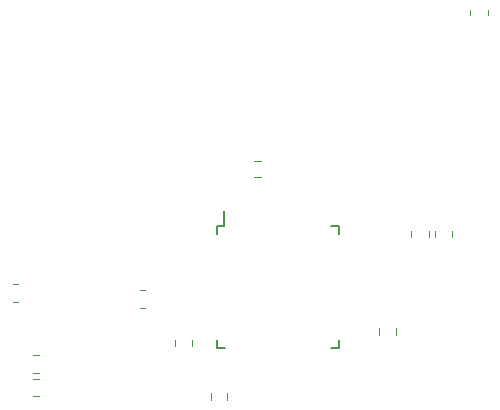
<source format=gbo>
G04 #@! TF.GenerationSoftware,KiCad,Pcbnew,(5.1.6)-1*
G04 #@! TF.CreationDate,2021-05-04T19:23:38+03:00*
G04 #@! TF.ProjectId,APC,4150432e-6b69-4636-9164-5f7063625858,rev?*
G04 #@! TF.SameCoordinates,Original*
G04 #@! TF.FileFunction,Legend,Bot*
G04 #@! TF.FilePolarity,Positive*
%FSLAX46Y46*%
G04 Gerber Fmt 4.6, Leading zero omitted, Abs format (unit mm)*
G04 Created by KiCad (PCBNEW (5.1.6)-1) date 2021-05-04 19:23:38*
%MOMM*%
%LPD*%
G01*
G04 APERTURE LIST*
%ADD10C,0.120000*%
%ADD11C,0.150000*%
%ADD12O,1.700000X1.700000*%
%ADD13R,1.700000X1.700000*%
%ADD14O,1.800000X1.800000*%
%ADD15R,1.800000X1.800000*%
%ADD16O,2.100000X1.800000*%
%ADD17C,2.400000*%
%ADD18R,2.400000X2.100000*%
%ADD19R,1.600000X0.650000*%
%ADD20R,0.650000X1.600000*%
%ADD21O,2.600000X2.600000*%
%ADD22R,2.600000X2.600000*%
%ADD23C,2.600000*%
%ADD24O,1.800000X2.050000*%
%ADD25C,2.100000*%
%ADD26R,2.100000X2.100000*%
G04 APERTURE END LIST*
D10*
X114540000Y-91511252D02*
X114540000Y-90988748D01*
X115960000Y-91511252D02*
X115960000Y-90988748D01*
X111540000Y-87011252D02*
X111540000Y-86488748D01*
X112960000Y-87011252D02*
X112960000Y-86488748D01*
X128790000Y-86011252D02*
X128790000Y-85488748D01*
X130210000Y-86011252D02*
X130210000Y-85488748D01*
X118238748Y-71290000D02*
X118761252Y-71290000D01*
X118238748Y-72710000D02*
X118761252Y-72710000D01*
D11*
X115650000Y-76825000D02*
X115650000Y-75550000D01*
X115075000Y-87175000D02*
X115075000Y-86500000D01*
X125425000Y-87175000D02*
X125425000Y-86500000D01*
X125425000Y-76825000D02*
X125425000Y-77500000D01*
X115075000Y-76825000D02*
X115075000Y-77500000D01*
X125425000Y-76825000D02*
X124750000Y-76825000D01*
X125425000Y-87175000D02*
X124750000Y-87175000D01*
X115075000Y-87175000D02*
X115750000Y-87175000D01*
X115075000Y-76825000D02*
X115650000Y-76825000D01*
D10*
X132985000Y-77272936D02*
X132985000Y-77727064D01*
X131515000Y-77272936D02*
X131515000Y-77727064D01*
X134985000Y-77272936D02*
X134985000Y-77727064D01*
X133515000Y-77272936D02*
X133515000Y-77727064D01*
X99977064Y-89235000D02*
X99522936Y-89235000D01*
X99977064Y-87765000D02*
X99522936Y-87765000D01*
X99977064Y-91235000D02*
X99522936Y-91235000D01*
X99977064Y-89765000D02*
X99522936Y-89765000D01*
X108522936Y-82265000D02*
X108977064Y-82265000D01*
X108522936Y-83735000D02*
X108977064Y-83735000D01*
X97772936Y-81765000D02*
X98227064Y-81765000D01*
X97772936Y-83235000D02*
X98227064Y-83235000D01*
X137985000Y-58522936D02*
X137985000Y-58977064D01*
X136515000Y-58522936D02*
X136515000Y-58977064D01*
%LPC*%
D12*
X109500000Y-92870000D03*
X106960000Y-85250000D03*
X106960000Y-92870000D03*
D13*
X109500000Y-85250000D03*
D14*
X114090000Y-98040000D03*
X114090000Y-95500000D03*
X116630000Y-98040000D03*
X116630000Y-95500000D03*
X119170000Y-98040000D03*
X119170000Y-95500000D03*
X121710000Y-98040000D03*
X121710000Y-95500000D03*
X124250000Y-98040000D03*
D15*
X124250000Y-95500000D03*
G36*
G01*
X115728262Y-90850000D02*
X114771738Y-90850000D01*
G75*
G02*
X114500000Y-90578262I0J271738D01*
G01*
X114500000Y-89871738D01*
G75*
G02*
X114771738Y-89600000I271738J0D01*
G01*
X115728262Y-89600000D01*
G75*
G02*
X116000000Y-89871738I0J-271738D01*
G01*
X116000000Y-90578262D01*
G75*
G02*
X115728262Y-90850000I-271738J0D01*
G01*
G37*
G36*
G01*
X115728262Y-92900000D02*
X114771738Y-92900000D01*
G75*
G02*
X114500000Y-92628262I0J271738D01*
G01*
X114500000Y-91921738D01*
G75*
G02*
X114771738Y-91650000I271738J0D01*
G01*
X115728262Y-91650000D01*
G75*
G02*
X116000000Y-91921738I0J-271738D01*
G01*
X116000000Y-92628262D01*
G75*
G02*
X115728262Y-92900000I-271738J0D01*
G01*
G37*
G36*
G01*
X112728262Y-86350000D02*
X111771738Y-86350000D01*
G75*
G02*
X111500000Y-86078262I0J271738D01*
G01*
X111500000Y-85371738D01*
G75*
G02*
X111771738Y-85100000I271738J0D01*
G01*
X112728262Y-85100000D01*
G75*
G02*
X113000000Y-85371738I0J-271738D01*
G01*
X113000000Y-86078262D01*
G75*
G02*
X112728262Y-86350000I-271738J0D01*
G01*
G37*
G36*
G01*
X112728262Y-88400000D02*
X111771738Y-88400000D01*
G75*
G02*
X111500000Y-88128262I0J271738D01*
G01*
X111500000Y-87421738D01*
G75*
G02*
X111771738Y-87150000I271738J0D01*
G01*
X112728262Y-87150000D01*
G75*
G02*
X113000000Y-87421738I0J-271738D01*
G01*
X113000000Y-88128262D01*
G75*
G02*
X112728262Y-88400000I-271738J0D01*
G01*
G37*
G36*
G01*
X129978262Y-85350000D02*
X129021738Y-85350000D01*
G75*
G02*
X128750000Y-85078262I0J271738D01*
G01*
X128750000Y-84371738D01*
G75*
G02*
X129021738Y-84100000I271738J0D01*
G01*
X129978262Y-84100000D01*
G75*
G02*
X130250000Y-84371738I0J-271738D01*
G01*
X130250000Y-85078262D01*
G75*
G02*
X129978262Y-85350000I-271738J0D01*
G01*
G37*
G36*
G01*
X129978262Y-87400000D02*
X129021738Y-87400000D01*
G75*
G02*
X128750000Y-87128262I0J271738D01*
G01*
X128750000Y-86421738D01*
G75*
G02*
X129021738Y-86150000I271738J0D01*
G01*
X129978262Y-86150000D01*
G75*
G02*
X130250000Y-86421738I0J-271738D01*
G01*
X130250000Y-87128262D01*
G75*
G02*
X129978262Y-87400000I-271738J0D01*
G01*
G37*
G36*
G01*
X118900000Y-72478262D02*
X118900000Y-71521738D01*
G75*
G02*
X119171738Y-71250000I271738J0D01*
G01*
X119878262Y-71250000D01*
G75*
G02*
X120150000Y-71521738I0J-271738D01*
G01*
X120150000Y-72478262D01*
G75*
G02*
X119878262Y-72750000I-271738J0D01*
G01*
X119171738Y-72750000D01*
G75*
G02*
X118900000Y-72478262I0J271738D01*
G01*
G37*
G36*
G01*
X116850000Y-72478262D02*
X116850000Y-71521738D01*
G75*
G02*
X117121738Y-71250000I271738J0D01*
G01*
X117828262Y-71250000D01*
G75*
G02*
X118100000Y-71521738I0J-271738D01*
G01*
X118100000Y-72478262D01*
G75*
G02*
X117828262Y-72750000I-271738J0D01*
G01*
X117121738Y-72750000D01*
G75*
G02*
X116850000Y-72478262I0J271738D01*
G01*
G37*
D12*
X122370000Y-60500000D03*
D13*
X114750000Y-60500000D03*
D14*
X136000000Y-86540000D03*
D15*
X136000000Y-84000000D03*
D16*
X141250000Y-78500000D03*
G36*
G01*
X140464706Y-75100000D02*
X142035294Y-75100000D01*
G75*
G02*
X142300000Y-75364706I0J-264706D01*
G01*
X142300000Y-76635294D01*
G75*
G02*
X142035294Y-76900000I-264706J0D01*
G01*
X140464706Y-76900000D01*
G75*
G02*
X140200000Y-76635294I0J264706D01*
G01*
X140200000Y-75364706D01*
G75*
G02*
X140464706Y-75100000I264706J0D01*
G01*
G37*
D17*
X110000000Y-75170000D03*
X110000000Y-80250000D03*
X92220000Y-54850000D03*
D18*
X92220000Y-49770000D03*
D17*
X92220000Y-80250000D03*
D12*
X129130000Y-79750000D03*
X136750000Y-77210000D03*
X129130000Y-77210000D03*
D13*
X136750000Y-79750000D03*
D12*
X97500000Y-85130000D03*
X100040000Y-92750000D03*
X100040000Y-85130000D03*
D13*
X97500000Y-92750000D03*
D19*
X114550000Y-78000000D03*
X114550000Y-78800000D03*
X114550000Y-79600000D03*
X114550000Y-80400000D03*
X114550000Y-81200000D03*
X114550000Y-82000000D03*
X114550000Y-82800000D03*
X114550000Y-83600000D03*
X114550000Y-84400000D03*
X114550000Y-85200000D03*
X114550000Y-86000000D03*
D20*
X116250000Y-87700000D03*
X117050000Y-87700000D03*
X117850000Y-87700000D03*
X118650000Y-87700000D03*
X119450000Y-87700000D03*
X120250000Y-87700000D03*
X121050000Y-87700000D03*
X121850000Y-87700000D03*
X122650000Y-87700000D03*
X123450000Y-87700000D03*
X124250000Y-87700000D03*
D19*
X125950000Y-86000000D03*
X125950000Y-85200000D03*
X125950000Y-84400000D03*
X125950000Y-83600000D03*
X125950000Y-82800000D03*
X125950000Y-82000000D03*
X125950000Y-81200000D03*
X125950000Y-80400000D03*
X125950000Y-79600000D03*
X125950000Y-78800000D03*
X125950000Y-78000000D03*
D20*
X124250000Y-76300000D03*
X123450000Y-76300000D03*
X122650000Y-76300000D03*
X121850000Y-76300000D03*
X121050000Y-76300000D03*
X120250000Y-76300000D03*
X119450000Y-76300000D03*
X118650000Y-76300000D03*
X117850000Y-76300000D03*
X117050000Y-76300000D03*
X116250000Y-76300000D03*
G36*
G01*
X131770832Y-77850000D02*
X132729168Y-77850000D01*
G75*
G02*
X133000000Y-78120832I0J-270832D01*
G01*
X133000000Y-78879168D01*
G75*
G02*
X132729168Y-79150000I-270832J0D01*
G01*
X131770832Y-79150000D01*
G75*
G02*
X131500000Y-78879168I0J270832D01*
G01*
X131500000Y-78120832D01*
G75*
G02*
X131770832Y-77850000I270832J0D01*
G01*
G37*
G36*
G01*
X131770832Y-75850000D02*
X132729168Y-75850000D01*
G75*
G02*
X133000000Y-76120832I0J-270832D01*
G01*
X133000000Y-76879168D01*
G75*
G02*
X132729168Y-77150000I-270832J0D01*
G01*
X131770832Y-77150000D01*
G75*
G02*
X131500000Y-76879168I0J270832D01*
G01*
X131500000Y-76120832D01*
G75*
G02*
X131770832Y-75850000I270832J0D01*
G01*
G37*
G36*
G01*
X133770832Y-77850000D02*
X134729168Y-77850000D01*
G75*
G02*
X135000000Y-78120832I0J-270832D01*
G01*
X135000000Y-78879168D01*
G75*
G02*
X134729168Y-79150000I-270832J0D01*
G01*
X133770832Y-79150000D01*
G75*
G02*
X133500000Y-78879168I0J270832D01*
G01*
X133500000Y-78120832D01*
G75*
G02*
X133770832Y-77850000I270832J0D01*
G01*
G37*
G36*
G01*
X133770832Y-75850000D02*
X134729168Y-75850000D01*
G75*
G02*
X135000000Y-76120832I0J-270832D01*
G01*
X135000000Y-76879168D01*
G75*
G02*
X134729168Y-77150000I-270832J0D01*
G01*
X133770832Y-77150000D01*
G75*
G02*
X133500000Y-76879168I0J270832D01*
G01*
X133500000Y-76120832D01*
G75*
G02*
X133770832Y-75850000I270832J0D01*
G01*
G37*
G36*
G01*
X99400000Y-88020832D02*
X99400000Y-88979168D01*
G75*
G02*
X99129168Y-89250000I-270832J0D01*
G01*
X98370832Y-89250000D01*
G75*
G02*
X98100000Y-88979168I0J270832D01*
G01*
X98100000Y-88020832D01*
G75*
G02*
X98370832Y-87750000I270832J0D01*
G01*
X99129168Y-87750000D01*
G75*
G02*
X99400000Y-88020832I0J-270832D01*
G01*
G37*
G36*
G01*
X101400000Y-88020832D02*
X101400000Y-88979168D01*
G75*
G02*
X101129168Y-89250000I-270832J0D01*
G01*
X100370832Y-89250000D01*
G75*
G02*
X100100000Y-88979168I0J270832D01*
G01*
X100100000Y-88020832D01*
G75*
G02*
X100370832Y-87750000I270832J0D01*
G01*
X101129168Y-87750000D01*
G75*
G02*
X101400000Y-88020832I0J-270832D01*
G01*
G37*
G36*
G01*
X99400000Y-90020832D02*
X99400000Y-90979168D01*
G75*
G02*
X99129168Y-91250000I-270832J0D01*
G01*
X98370832Y-91250000D01*
G75*
G02*
X98100000Y-90979168I0J270832D01*
G01*
X98100000Y-90020832D01*
G75*
G02*
X98370832Y-89750000I270832J0D01*
G01*
X99129168Y-89750000D01*
G75*
G02*
X99400000Y-90020832I0J-270832D01*
G01*
G37*
G36*
G01*
X101400000Y-90020832D02*
X101400000Y-90979168D01*
G75*
G02*
X101129168Y-91250000I-270832J0D01*
G01*
X100370832Y-91250000D01*
G75*
G02*
X100100000Y-90979168I0J270832D01*
G01*
X100100000Y-90020832D01*
G75*
G02*
X100370832Y-89750000I270832J0D01*
G01*
X101129168Y-89750000D01*
G75*
G02*
X101400000Y-90020832I0J-270832D01*
G01*
G37*
G36*
G01*
X109100000Y-83479168D02*
X109100000Y-82520832D01*
G75*
G02*
X109370832Y-82250000I270832J0D01*
G01*
X110129168Y-82250000D01*
G75*
G02*
X110400000Y-82520832I0J-270832D01*
G01*
X110400000Y-83479168D01*
G75*
G02*
X110129168Y-83750000I-270832J0D01*
G01*
X109370832Y-83750000D01*
G75*
G02*
X109100000Y-83479168I0J270832D01*
G01*
G37*
G36*
G01*
X107100000Y-83479168D02*
X107100000Y-82520832D01*
G75*
G02*
X107370832Y-82250000I270832J0D01*
G01*
X108129168Y-82250000D01*
G75*
G02*
X108400000Y-82520832I0J-270832D01*
G01*
X108400000Y-83479168D01*
G75*
G02*
X108129168Y-83750000I-270832J0D01*
G01*
X107370832Y-83750000D01*
G75*
G02*
X107100000Y-83479168I0J270832D01*
G01*
G37*
G36*
G01*
X98350000Y-82979168D02*
X98350000Y-82020832D01*
G75*
G02*
X98620832Y-81750000I270832J0D01*
G01*
X99379168Y-81750000D01*
G75*
G02*
X99650000Y-82020832I0J-270832D01*
G01*
X99650000Y-82979168D01*
G75*
G02*
X99379168Y-83250000I-270832J0D01*
G01*
X98620832Y-83250000D01*
G75*
G02*
X98350000Y-82979168I0J270832D01*
G01*
G37*
G36*
G01*
X96350000Y-82979168D02*
X96350000Y-82020832D01*
G75*
G02*
X96620832Y-81750000I270832J0D01*
G01*
X97379168Y-81750000D01*
G75*
G02*
X97650000Y-82020832I0J-270832D01*
G01*
X97650000Y-82979168D01*
G75*
G02*
X97379168Y-83250000I-270832J0D01*
G01*
X96620832Y-83250000D01*
G75*
G02*
X96350000Y-82979168I0J270832D01*
G01*
G37*
G36*
G01*
X136770832Y-59100000D02*
X137729168Y-59100000D01*
G75*
G02*
X138000000Y-59370832I0J-270832D01*
G01*
X138000000Y-60129168D01*
G75*
G02*
X137729168Y-60400000I-270832J0D01*
G01*
X136770832Y-60400000D01*
G75*
G02*
X136500000Y-60129168I0J270832D01*
G01*
X136500000Y-59370832D01*
G75*
G02*
X136770832Y-59100000I270832J0D01*
G01*
G37*
G36*
G01*
X136770832Y-57100000D02*
X137729168Y-57100000D01*
G75*
G02*
X138000000Y-57370832I0J-270832D01*
G01*
X138000000Y-58129168D01*
G75*
G02*
X137729168Y-58400000I-270832J0D01*
G01*
X136770832Y-58400000D01*
G75*
G02*
X136500000Y-58129168I0J270832D01*
G01*
X136500000Y-57370832D01*
G75*
G02*
X136770832Y-57100000I270832J0D01*
G01*
G37*
D21*
X131750000Y-56250000D03*
X119550000Y-56250000D03*
X119550000Y-44250000D03*
X131750000Y-44250000D03*
D22*
X133750000Y-50250000D03*
D23*
X117500000Y-37000000D03*
X122500000Y-37000000D03*
D22*
X127500000Y-37000000D03*
D16*
X141250000Y-69250000D03*
G36*
G01*
X140464706Y-65850000D02*
X142035294Y-65850000D01*
G75*
G02*
X142300000Y-66114706I0J-264706D01*
G01*
X142300000Y-67385294D01*
G75*
G02*
X142035294Y-67650000I-264706J0D01*
G01*
X140464706Y-67650000D01*
G75*
G02*
X140200000Y-67385294I0J264706D01*
G01*
X140200000Y-66114706D01*
G75*
G02*
X140464706Y-65850000I264706J0D01*
G01*
G37*
D14*
X136080000Y-73500000D03*
X133540000Y-73500000D03*
D15*
X131000000Y-73500000D03*
D24*
X92000000Y-97750000D03*
X94500000Y-97750000D03*
G36*
G01*
X97900000Y-96989706D02*
X97900000Y-98510294D01*
G75*
G02*
X97635294Y-98775000I-264706J0D01*
G01*
X96364706Y-98775000D01*
G75*
G02*
X96100000Y-98510294I0J264706D01*
G01*
X96100000Y-96989706D01*
G75*
G02*
X96364706Y-96725000I264706J0D01*
G01*
X97635294Y-96725000D01*
G75*
G02*
X97900000Y-96989706I0J-264706D01*
G01*
G37*
D14*
X103500000Y-91080000D03*
X103500000Y-88540000D03*
D15*
X103500000Y-86000000D03*
D24*
X103500000Y-97750000D03*
X106000000Y-97750000D03*
G36*
G01*
X109400000Y-96989706D02*
X109400000Y-98510294D01*
G75*
G02*
X109135294Y-98775000I-264706J0D01*
G01*
X107864706Y-98775000D01*
G75*
G02*
X107600000Y-98510294I0J264706D01*
G01*
X107600000Y-96989706D01*
G75*
G02*
X107864706Y-96725000I264706J0D01*
G01*
X109135294Y-96725000D01*
G75*
G02*
X109400000Y-96989706I0J-264706D01*
G01*
G37*
D23*
X100750000Y-37000000D03*
X105750000Y-37000000D03*
D22*
X110750000Y-37000000D03*
D16*
X141250000Y-97000000D03*
G36*
G01*
X140464706Y-93600000D02*
X142035294Y-93600000D01*
G75*
G02*
X142300000Y-93864706I0J-264706D01*
G01*
X142300000Y-95135294D01*
G75*
G02*
X142035294Y-95400000I-264706J0D01*
G01*
X140464706Y-95400000D01*
G75*
G02*
X140200000Y-95135294I0J264706D01*
G01*
X140200000Y-93864706D01*
G75*
G02*
X140464706Y-93600000I264706J0D01*
G01*
G37*
X141250000Y-87750000D03*
G36*
G01*
X140464706Y-84350000D02*
X142035294Y-84350000D01*
G75*
G02*
X142300000Y-84614706I0J-264706D01*
G01*
X142300000Y-85885294D01*
G75*
G02*
X142035294Y-86150000I-264706J0D01*
G01*
X140464706Y-86150000D01*
G75*
G02*
X140200000Y-85885294I0J264706D01*
G01*
X140200000Y-84614706D01*
G75*
G02*
X140464706Y-84350000I264706J0D01*
G01*
G37*
X141250000Y-60000000D03*
G36*
G01*
X140464706Y-56600000D02*
X142035294Y-56600000D01*
G75*
G02*
X142300000Y-56864706I0J-264706D01*
G01*
X142300000Y-58135294D01*
G75*
G02*
X142035294Y-58400000I-264706J0D01*
G01*
X140464706Y-58400000D01*
G75*
G02*
X140200000Y-58135294I0J264706D01*
G01*
X140200000Y-56864706D01*
G75*
G02*
X140464706Y-56600000I264706J0D01*
G01*
G37*
D25*
X125650000Y-65250000D03*
D26*
X133250000Y-65250000D03*
M02*

</source>
